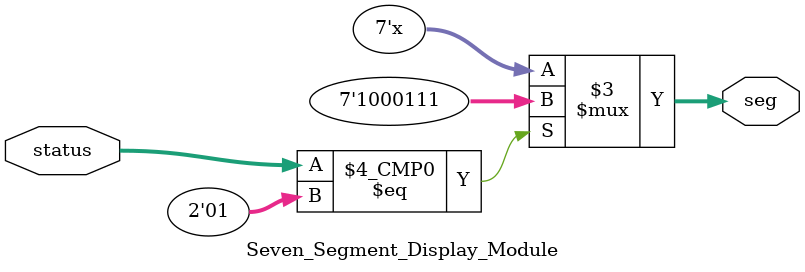
<source format=v>
`timescale 1ns / 1ps

module Seven_Segment_Display_Module(
input [1:0] status,
output reg [6:0] seg
);
always @(status)
begin
case(status)
2'b01: seg=7'b1000111;
2'b01: seg=7'b1000001;
endcase
end
endmodule
</source>
